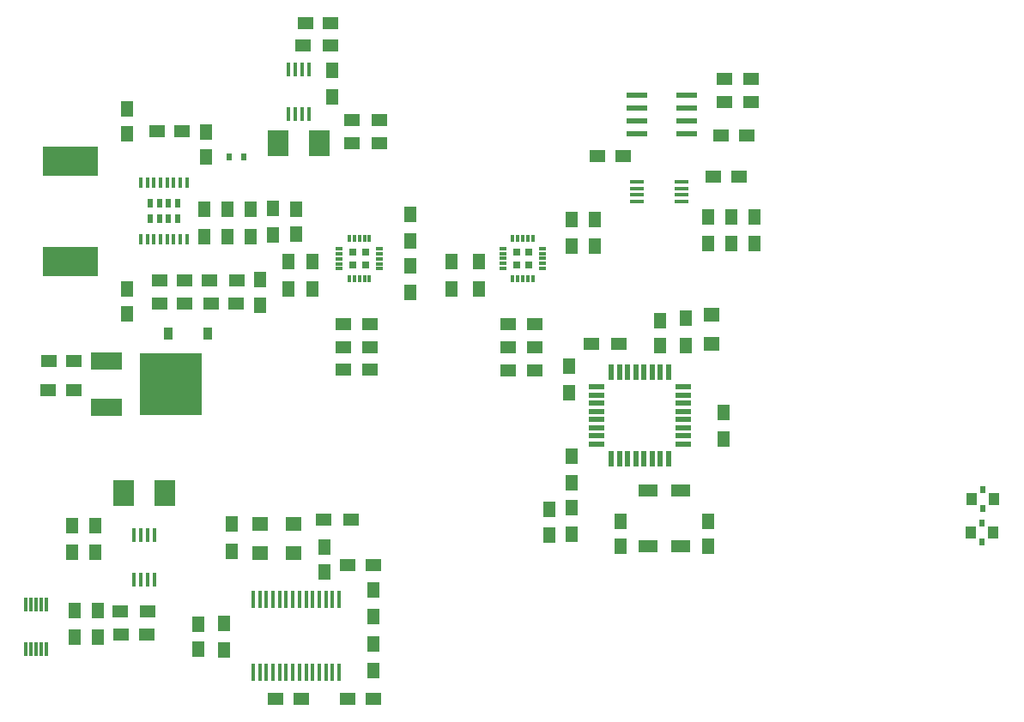
<source format=gtp>
G04 #@! TF.FileFunction,Paste,Top*
%FSLAX46Y46*%
G04 Gerber Fmt 4.6, Leading zero omitted, Abs format (unit mm)*
G04 Created by KiCad (PCBNEW (2015-08-13 BZR 6091, Git 3774262)-product) date Sun 29 Nov 2015 11:34:20 PM MST*
%MOMM*%
G01*
G04 APERTURE LIST*
%ADD10C,0.100000*%
%ADD11R,0.910000X1.220000*%
%ADD12R,1.250000X1.500000*%
%ADD13R,1.500000X1.250000*%
%ADD14R,1.300000X1.500000*%
%ADD15R,2.000000X2.500000*%
%ADD16R,1.500000X1.300000*%
%ADD17R,1.900000X1.300000*%
%ADD18R,1.600000X1.400000*%
%ADD19R,0.600000X0.700000*%
%ADD20R,5.400000X2.900000*%
%ADD21R,0.550000X1.600000*%
%ADD22R,1.600000X0.550000*%
%ADD23R,0.450000X1.450000*%
%ADD24R,0.300000X1.400000*%
%ADD25R,0.450000X1.050000*%
%ADD26R,0.537000X0.882000*%
%ADD27R,3.048000X1.651000*%
%ADD28R,6.096000X6.096000*%
%ADD29R,1.450000X0.450000*%
%ADD30R,2.030000X0.610000*%
%ADD31R,0.450000X1.750000*%
%ADD32R,0.730000X0.300000*%
%ADD33R,0.300000X0.730000*%
%ADD34R,0.750000X0.750000*%
%ADD35R,1.000000X1.250000*%
%ADD36R,0.558800X0.762000*%
G04 APERTURE END LIST*
D10*
D11*
X172765000Y-80137000D03*
X168865000Y-80137000D03*
D12*
X217424000Y-81387000D03*
X217424000Y-78887000D03*
D13*
X159555500Y-85725000D03*
X157055500Y-85725000D03*
D14*
X172432047Y-70598689D03*
X172432047Y-67898689D03*
X199517000Y-75772000D03*
X199517000Y-73072000D03*
D12*
X213487000Y-98699000D03*
X213487000Y-101199000D03*
X206502000Y-100056000D03*
X206502000Y-97556000D03*
X222123000Y-98699000D03*
X222123000Y-101199000D03*
D13*
X164231000Y-109855000D03*
X166731000Y-109855000D03*
X184892000Y-49530000D03*
X182392000Y-49530000D03*
X167753047Y-60231689D03*
X170253047Y-60231689D03*
D12*
X164812047Y-60465689D03*
X164812047Y-57965689D03*
D13*
X175587047Y-77249689D03*
X173087047Y-77249689D03*
D12*
X177893047Y-74856689D03*
X177893047Y-77356689D03*
X164812047Y-75745689D03*
X164812047Y-78245689D03*
X172559047Y-62751689D03*
X172559047Y-60251689D03*
X181449047Y-67871689D03*
X181449047Y-70371689D03*
D13*
X168007047Y-77249689D03*
X170507047Y-77249689D03*
X168007047Y-74963689D03*
X170507047Y-74963689D03*
X222651000Y-64643000D03*
X225151000Y-64643000D03*
X189083000Y-102997000D03*
X186583000Y-102997000D03*
X189083000Y-116205000D03*
X186583000Y-116205000D03*
X179471000Y-116205000D03*
X181971000Y-116205000D03*
D15*
X164497000Y-95885000D03*
X168497000Y-95885000D03*
D16*
X226394000Y-57277000D03*
X223694000Y-57277000D03*
X226394000Y-54991000D03*
X223694000Y-54991000D03*
D14*
X208661000Y-100029000D03*
X208661000Y-97329000D03*
X208661000Y-94949000D03*
X208661000Y-92249000D03*
X223647000Y-87931000D03*
X223647000Y-90631000D03*
D16*
X210613000Y-81153000D03*
X213313000Y-81153000D03*
D14*
X208407000Y-86059000D03*
X208407000Y-83359000D03*
X219964000Y-81360000D03*
X219964000Y-78660000D03*
X161671000Y-99107000D03*
X161671000Y-101807000D03*
X159385000Y-101807000D03*
X159385000Y-99107000D03*
D16*
X186991000Y-61341000D03*
X189691000Y-61341000D03*
X189691000Y-59055000D03*
X186991000Y-59055000D03*
D14*
X161925000Y-107489000D03*
X161925000Y-110189000D03*
X185039000Y-54149000D03*
X185039000Y-56849000D03*
D16*
X164131000Y-107569000D03*
X166831000Y-107569000D03*
X184865000Y-51689000D03*
X182165000Y-51689000D03*
D14*
X159639000Y-110189000D03*
X159639000Y-107489000D03*
D16*
X175640047Y-74963689D03*
X172940047Y-74963689D03*
D14*
X174718047Y-67898689D03*
X174718047Y-70598689D03*
X226695000Y-71327000D03*
X226695000Y-68627000D03*
X224409000Y-68627000D03*
X224409000Y-71327000D03*
X222123000Y-68627000D03*
X222123000Y-71327000D03*
X189103000Y-113491000D03*
X189103000Y-110791000D03*
X189103000Y-105457000D03*
X189103000Y-108157000D03*
X175133000Y-101680000D03*
X175133000Y-98980000D03*
D16*
X186897000Y-98552000D03*
X184197000Y-98552000D03*
D14*
X183134000Y-75772000D03*
X183134000Y-73072000D03*
X180721000Y-73072000D03*
X180721000Y-75772000D03*
X196850000Y-73072000D03*
X196850000Y-75772000D03*
D16*
X188802000Y-79248000D03*
X186102000Y-79248000D03*
D14*
X192786000Y-73453000D03*
X192786000Y-76153000D03*
X192786000Y-71073000D03*
X192786000Y-68373000D03*
D16*
X186102000Y-81534000D03*
X188802000Y-81534000D03*
D17*
X219405000Y-95675000D03*
X219405000Y-101175000D03*
X216205000Y-95675000D03*
X216205000Y-101175000D03*
D14*
X174371000Y-108759000D03*
X174371000Y-111459000D03*
D15*
X179737000Y-61341000D03*
X183737000Y-61341000D03*
D14*
X179163047Y-70471689D03*
X179163047Y-67771689D03*
X177004047Y-70598689D03*
X177004047Y-67898689D03*
D16*
X205058000Y-79248000D03*
X202358000Y-79248000D03*
D14*
X210947000Y-71581000D03*
X210947000Y-68881000D03*
X208661000Y-71581000D03*
X208661000Y-68881000D03*
D16*
X205058000Y-83820000D03*
X202358000Y-83820000D03*
D13*
X159575500Y-82867500D03*
X157075500Y-82867500D03*
X213721000Y-62611000D03*
X211221000Y-62611000D03*
X223413000Y-60579000D03*
X225913000Y-60579000D03*
D12*
X171831000Y-108859000D03*
X171831000Y-111359000D03*
X184277000Y-103739000D03*
X184277000Y-101239000D03*
D18*
X222504000Y-81206000D03*
X222504000Y-78306000D03*
D19*
X176307047Y-62771689D03*
X174907047Y-62771689D03*
D18*
X177927000Y-101854000D03*
X177927000Y-98954000D03*
X181229000Y-101854000D03*
X181229000Y-98954000D03*
D20*
X159224047Y-63155689D03*
X159224047Y-73055689D03*
D16*
X188802000Y-83693000D03*
X186102000Y-83693000D03*
X202358000Y-81534000D03*
X205058000Y-81534000D03*
D21*
X212592000Y-92515000D03*
X213392000Y-92515000D03*
X214192000Y-92515000D03*
X214992000Y-92515000D03*
X215792000Y-92515000D03*
X216592000Y-92515000D03*
X217392000Y-92515000D03*
X218192000Y-92515000D03*
D22*
X219642000Y-91065000D03*
X219642000Y-90265000D03*
X219642000Y-89465000D03*
X219642000Y-88665000D03*
X219642000Y-87865000D03*
X219642000Y-87065000D03*
X219642000Y-86265000D03*
X219642000Y-85465000D03*
D21*
X218192000Y-84015000D03*
X217392000Y-84015000D03*
X216592000Y-84015000D03*
X215792000Y-84015000D03*
X214992000Y-84015000D03*
X214192000Y-84015000D03*
X213392000Y-84015000D03*
X212592000Y-84015000D03*
D22*
X211142000Y-85465000D03*
X211142000Y-86265000D03*
X211142000Y-87065000D03*
X211142000Y-87865000D03*
X211142000Y-88665000D03*
X211142000Y-89465000D03*
X211142000Y-90265000D03*
X211142000Y-91065000D03*
D23*
X167472000Y-100035000D03*
X166822000Y-100035000D03*
X166172000Y-100035000D03*
X165522000Y-100035000D03*
X165522000Y-104435000D03*
X166172000Y-104435000D03*
X166822000Y-104435000D03*
X167472000Y-104435000D03*
X180762000Y-58461000D03*
X181412000Y-58461000D03*
X182062000Y-58461000D03*
X182712000Y-58461000D03*
X182712000Y-54061000D03*
X182062000Y-54061000D03*
X181412000Y-54061000D03*
X180762000Y-54061000D03*
D24*
X156829000Y-106893000D03*
X156329000Y-106893000D03*
X155829000Y-106893000D03*
X155329000Y-106893000D03*
X154829000Y-106893000D03*
X154829000Y-111293000D03*
X155329000Y-111293000D03*
X155829000Y-111293000D03*
X156329000Y-111293000D03*
X156829000Y-111293000D03*
D25*
X166153547Y-70853689D03*
X166803547Y-70853689D03*
X167453547Y-70853689D03*
X168103547Y-70853689D03*
X168753547Y-70853689D03*
X169403547Y-70853689D03*
X170053547Y-70853689D03*
X170703547Y-70853689D03*
X170703547Y-65303689D03*
X170053547Y-65303689D03*
X169403547Y-65303689D03*
X168753547Y-65303689D03*
X168103547Y-65303689D03*
X167453547Y-65303689D03*
X166803547Y-65303689D03*
X166153547Y-65303689D03*
D26*
X169771047Y-67343689D03*
X168876047Y-67343689D03*
X167981047Y-67343689D03*
X167086047Y-67343689D03*
X169771047Y-68813689D03*
X168876047Y-68813689D03*
X167981047Y-68813689D03*
X167086047Y-68813689D03*
D27*
X162750500Y-82867500D03*
D28*
X169100500Y-85153500D03*
D27*
X162750500Y-87439500D03*
D29*
X215097000Y-65192000D03*
X215097000Y-65842000D03*
X215097000Y-66492000D03*
X215097000Y-67142000D03*
X219497000Y-67142000D03*
X219497000Y-66492000D03*
X219497000Y-65842000D03*
X219497000Y-65192000D03*
D30*
X220001000Y-60452000D03*
X220001000Y-59182000D03*
X220001000Y-57912000D03*
X220001000Y-56642000D03*
X215101000Y-60452000D03*
X215101000Y-59182000D03*
X215101000Y-57912000D03*
X215101000Y-56642000D03*
D31*
X177258000Y-113582000D03*
X177908000Y-113582000D03*
X178558000Y-113582000D03*
X179208000Y-113582000D03*
X179858000Y-113582000D03*
X180508000Y-113582000D03*
X181158000Y-113582000D03*
X181808000Y-113582000D03*
X182458000Y-113582000D03*
X183108000Y-113582000D03*
X183758000Y-113582000D03*
X184408000Y-113582000D03*
X185058000Y-113582000D03*
X185708000Y-113582000D03*
X185708000Y-106382000D03*
X185058000Y-106382000D03*
X184408000Y-106382000D03*
X183758000Y-106382000D03*
X183108000Y-106382000D03*
X182458000Y-106382000D03*
X181808000Y-106382000D03*
X181158000Y-106382000D03*
X180508000Y-106382000D03*
X179858000Y-106382000D03*
X179208000Y-106382000D03*
X178558000Y-106382000D03*
X177908000Y-106382000D03*
X177258000Y-106382000D03*
D32*
X185751000Y-71781000D03*
X185751000Y-72281000D03*
X185751000Y-72781000D03*
X185751000Y-73281000D03*
X185751000Y-73781000D03*
D33*
X186716000Y-74746000D03*
X187216000Y-74746000D03*
X187716000Y-74746000D03*
X188216000Y-74746000D03*
X188716000Y-74746000D03*
D32*
X189681000Y-73781000D03*
X189681000Y-73281000D03*
X189681000Y-72781000D03*
X189681000Y-72281000D03*
X189681000Y-71781000D03*
D33*
X188716000Y-70816000D03*
X188216000Y-70816000D03*
X187716000Y-70816000D03*
X187216000Y-70816000D03*
X186716000Y-70816000D03*
D34*
X188341000Y-73406000D03*
X188341000Y-72156000D03*
X187091000Y-73406000D03*
X187091000Y-72156000D03*
D32*
X201880000Y-71761000D03*
X201880000Y-72261000D03*
X201880000Y-72761000D03*
X201880000Y-73261000D03*
X201880000Y-73761000D03*
D33*
X202845000Y-74726000D03*
X203345000Y-74726000D03*
X203845000Y-74726000D03*
X204345000Y-74726000D03*
X204845000Y-74726000D03*
D32*
X205810000Y-73761000D03*
X205810000Y-73261000D03*
X205810000Y-72761000D03*
X205810000Y-72261000D03*
X205810000Y-71761000D03*
D33*
X204845000Y-70796000D03*
X204345000Y-70796000D03*
X203845000Y-70796000D03*
X203345000Y-70796000D03*
X202845000Y-70796000D03*
D34*
X204470000Y-73386000D03*
X204470000Y-72136000D03*
X203220000Y-73386000D03*
X203220000Y-72136000D03*
D35*
X250358000Y-96520000D03*
X248158000Y-96520000D03*
D36*
X249258000Y-97420000D03*
X249258000Y-95620000D03*
D35*
X250274000Y-99822000D03*
X248074000Y-99822000D03*
D36*
X249174000Y-100722000D03*
X249174000Y-98922000D03*
M02*

</source>
